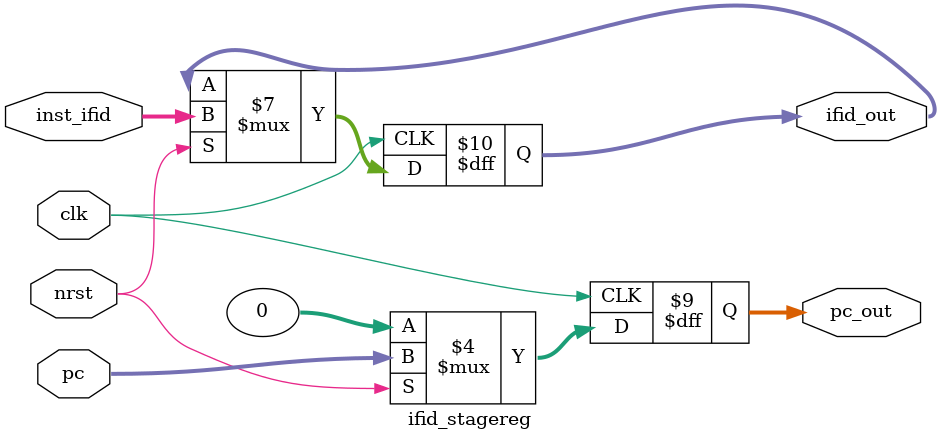
<source format=v>
`timescale 1ns / 1ps


//----ALUOp----
`define AddALU     3'b000
`define SubALU     3'b001
`define AndALU     3'b010
`define OrALU      3'b011
`define XorALU     3'b100
`define SLTALU     3'b101
`define AddiALU    3'b110 //Add vs ADDI**






//----Load from mem----
`define LD              3'b011
`define LW              3'b010
`define LWU             3'b110
`define LH              3'b001
`define LHU             3'b101
//----Store to mem----
`define SD              3'b011
`define SW              3'b010
`define SH              3'b001




//----Funct3----
//||Arithmetic||
`define Addf3             3'b000
`define Andf3             3'b111
`define Orf3              3'b110
`define Xorf3             3'b100
`define SLTf3             3'b010

//||Conditional Jump||
`define BNEf3             3'b001


//----Funct7----
//||Arithmetic||
`define Subf7            7'b0100000



//----Opcode----
`define ARITHopcode           7'b0110011
`define ADDIopcode            7'b0010011 
`define COND_BRAopcode        7'b1100011
`define JALopcode             7'b1101111
`define JALRopcode            7'b1100111
`define LOADopcode            7'b0000011
`define STOREopcode           7'b0100011

module ifid_stagereg(
    clk, nrst,
    inst_ifid, pc,
    ifid_out, pc_out 
     

    );
    
    input clk, nrst;

    input [31:0] pc;
    output reg [31:0] pc_out;

    input [31:0] inst_ifid;
    output reg [31:0] ifid_out;

    always@(posedge clk) begin
        if (!nrst)
        pc_out <= 32'd0;
         else begin
         pc_out <= pc;
         ifid_out <= inst_ifid;
    end
end
endmodule
</source>
